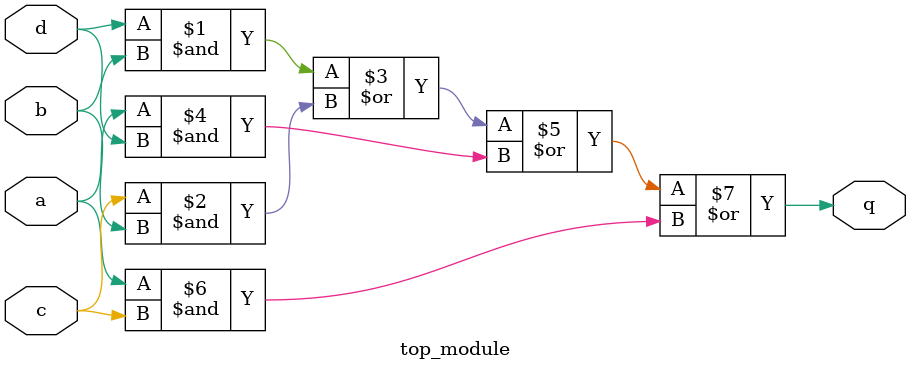
<source format=v>
module top_module (
    input a,
    input b,
    input c,
    input d,
    output q );//

    assign q = (d&b)|(c&b)|(a&d)|(a&c); // Fix me

endmodule

</source>
